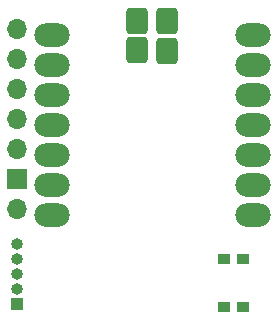
<source format=gbr>
%TF.GenerationSoftware,KiCad,Pcbnew,(7.0.0-0)*%
%TF.CreationDate,2023-03-02T20:45:30+01:00*%
%TF.ProjectId,OpenKNXiaO-Mini,4f70656e-4b4e-4586-9961-4f2d4d696e69,1.3*%
%TF.SameCoordinates,Original*%
%TF.FileFunction,Soldermask,Bot*%
%TF.FilePolarity,Negative*%
%FSLAX46Y46*%
G04 Gerber Fmt 4.6, Leading zero omitted, Abs format (unit mm)*
G04 Created by KiCad (PCBNEW (7.0.0-0)) date 2023-03-02 20:45:30*
%MOMM*%
%LPD*%
G01*
G04 APERTURE LIST*
G04 Aperture macros list*
%AMRoundRect*
0 Rectangle with rounded corners*
0 $1 Rounding radius*
0 $2 $3 $4 $5 $6 $7 $8 $9 X,Y pos of 4 corners*
0 Add a 4 corners polygon primitive as box body*
4,1,4,$2,$3,$4,$5,$6,$7,$8,$9,$2,$3,0*
0 Add four circle primitives for the rounded corners*
1,1,$1+$1,$2,$3*
1,1,$1+$1,$4,$5*
1,1,$1+$1,$6,$7*
1,1,$1+$1,$8,$9*
0 Add four rect primitives between the rounded corners*
20,1,$1+$1,$2,$3,$4,$5,0*
20,1,$1+$1,$4,$5,$6,$7,0*
20,1,$1+$1,$6,$7,$8,$9,0*
20,1,$1+$1,$8,$9,$2,$3,0*%
G04 Aperture macros list end*
%ADD10R,1.000000X1.000000*%
%ADD11O,1.000000X1.000000*%
%ADD12O,1.700000X1.700000*%
%ADD13R,1.700000X1.700000*%
%ADD14O,3.000000X2.000000*%
%ADD15RoundRect,0.270000X-0.630000X-0.830000X0.630000X-0.830000X0.630000X0.830000X-0.630000X0.830000X0*%
%ADD16R,1.000000X0.900000*%
G04 APERTURE END LIST*
D10*
%TO.C,J6*%
X113139999Y-125349999D03*
D11*
X113139999Y-124079999D03*
X113139999Y-122809999D03*
X113139999Y-121539999D03*
X113139999Y-120269999D03*
%TD*%
D12*
%TO.C,GN1*%
X113139999Y-117309999D03*
D13*
X113139999Y-114769999D03*
D12*
X113139999Y-112229999D03*
X113139999Y-109689999D03*
X113139999Y-107149999D03*
X113139999Y-104609999D03*
X113139999Y-102069999D03*
%TD*%
D14*
%TO.C,U1*%
X133110013Y-102635785D03*
X133110013Y-105175785D03*
X133110013Y-107715785D03*
X133110013Y-110255785D03*
X133110013Y-112795785D03*
X133110013Y-115335785D03*
X133110013Y-117875785D03*
X116110013Y-117875785D03*
X116110013Y-115335785D03*
X116110013Y-112795785D03*
X116110013Y-110255785D03*
X116110013Y-107715785D03*
X116110013Y-105175785D03*
X116110013Y-102635785D03*
D15*
X125880014Y-101390000D03*
X123340014Y-101390000D03*
X125880014Y-103930000D03*
X123340014Y-103904954D03*
%TD*%
D16*
%TO.C,SW1*%
X130699999Y-125629999D03*
X132299999Y-125629999D03*
X130699999Y-121529999D03*
X132299999Y-121529999D03*
%TD*%
M02*

</source>
